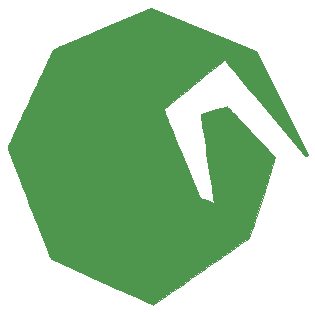
<source format=gbr>
G04 #@! TF.GenerationSoftware,KiCad,Pcbnew,5.1.2*
G04 #@! TF.CreationDate,2019-07-05T15:03:06-05:00*
G04 #@! TF.ProjectId,KokiriEmerald,4b6f6b69-7269-4456-9d65-72616c642e6b,rev?*
G04 #@! TF.SameCoordinates,Original*
G04 #@! TF.FileFunction,Soldermask,Top*
G04 #@! TF.FilePolarity,Negative*
%FSLAX46Y46*%
G04 Gerber Fmt 4.6, Leading zero omitted, Abs format (unit mm)*
G04 Created by KiCad (PCBNEW 5.1.2) date 2019-07-05 15:03:06*
%MOMM*%
%LPD*%
G04 APERTURE LIST*
%ADD10C,0.010000*%
G04 APERTURE END LIST*
D10*
G36*
X154568349Y-79608500D02*
G01*
X156765274Y-83999703D01*
X158962200Y-88390906D01*
X158843470Y-88452304D01*
X158724740Y-88513701D01*
X155323356Y-84431517D01*
X154898411Y-83921772D01*
X154488355Y-83430382D01*
X154096455Y-82961239D01*
X153725979Y-82518234D01*
X153380196Y-82105257D01*
X153062371Y-81726198D01*
X152775774Y-81384949D01*
X152523672Y-81085400D01*
X152309332Y-80831443D01*
X152136022Y-80626967D01*
X152007010Y-80475864D01*
X151925564Y-80382024D01*
X151894950Y-80349338D01*
X151894903Y-80349333D01*
X151858250Y-80375399D01*
X151762326Y-80450267D01*
X151613241Y-80568946D01*
X151417107Y-80726445D01*
X151180032Y-80917773D01*
X150908126Y-81137936D01*
X150607500Y-81381944D01*
X150284263Y-81644805D01*
X149944526Y-81921527D01*
X149594398Y-82207119D01*
X149239990Y-82496588D01*
X148887411Y-82784944D01*
X148542771Y-83067195D01*
X148212181Y-83338349D01*
X147901750Y-83593414D01*
X147617588Y-83827398D01*
X147365806Y-84035311D01*
X147152512Y-84212159D01*
X146983818Y-84352953D01*
X146865833Y-84452699D01*
X146804667Y-84506407D01*
X146797631Y-84513652D01*
X146806912Y-84562650D01*
X146848856Y-84688383D01*
X146922994Y-84889670D01*
X147028860Y-85165331D01*
X147165985Y-85514184D01*
X147333902Y-85935050D01*
X147532143Y-86426747D01*
X147760240Y-86988095D01*
X148017725Y-87617913D01*
X148294566Y-88291787D01*
X149828369Y-92017548D01*
X150422069Y-92238445D01*
X150630425Y-92314393D01*
X150809286Y-92376605D01*
X150944421Y-92420365D01*
X151021599Y-92440958D01*
X151033923Y-92441188D01*
X151030249Y-92397621D01*
X151014334Y-92276418D01*
X150987080Y-92083584D01*
X150949388Y-91825125D01*
X150902160Y-91507046D01*
X150846298Y-91135350D01*
X150782704Y-90716044D01*
X150712281Y-90255131D01*
X150635930Y-89758618D01*
X150554554Y-89232508D01*
X150477871Y-88739361D01*
X150392435Y-88190589D01*
X150310841Y-87665194D01*
X150234026Y-87169274D01*
X150162925Y-86708926D01*
X150098473Y-86290249D01*
X150041604Y-85919339D01*
X149993255Y-85602296D01*
X149954361Y-85345216D01*
X149925855Y-85154198D01*
X149908675Y-85035339D01*
X149903667Y-84995236D01*
X149935056Y-84965453D01*
X150031645Y-84920447D01*
X150197068Y-84858922D01*
X150434959Y-84779581D01*
X150748950Y-84681126D01*
X150981301Y-84610559D01*
X151271225Y-84524009D01*
X151536305Y-84446168D01*
X151765212Y-84380258D01*
X151946615Y-84329505D01*
X152069184Y-84297130D01*
X152120905Y-84286333D01*
X152159459Y-84316539D01*
X152250788Y-84403830D01*
X152390087Y-84543218D01*
X152572554Y-84729713D01*
X152793385Y-84958326D01*
X153047776Y-85224066D01*
X153330925Y-85521947D01*
X153638029Y-85846977D01*
X153964283Y-86194167D01*
X154193540Y-86439209D01*
X156204206Y-88592085D01*
X155147320Y-91953126D01*
X154977978Y-92489783D01*
X154816402Y-92998159D01*
X154664439Y-93472648D01*
X154523931Y-93907645D01*
X154396724Y-94297542D01*
X154284662Y-94636734D01*
X154189588Y-94919615D01*
X154113348Y-95140579D01*
X154057785Y-95294019D01*
X154024743Y-95374329D01*
X154018467Y-95384515D01*
X153977474Y-95415076D01*
X153872318Y-95490322D01*
X153708309Y-95606543D01*
X153490756Y-95760027D01*
X153224970Y-95947066D01*
X152916259Y-96163948D01*
X152569933Y-96406963D01*
X152191301Y-96672401D01*
X151785673Y-96956551D01*
X151358358Y-97255704D01*
X150914667Y-97566149D01*
X150459907Y-97884176D01*
X149999389Y-98206073D01*
X149538423Y-98528132D01*
X149082317Y-98846641D01*
X148636382Y-99157891D01*
X148205926Y-99458171D01*
X147796259Y-99743770D01*
X147412691Y-100010979D01*
X147060531Y-100256086D01*
X146745088Y-100475382D01*
X146471673Y-100665157D01*
X146245594Y-100821700D01*
X146072161Y-100941300D01*
X145956684Y-101020248D01*
X145904472Y-101054833D01*
X145903167Y-101055583D01*
X145859674Y-101041721D01*
X145743919Y-100995330D01*
X145560865Y-100918583D01*
X145315479Y-100813650D01*
X145012726Y-100682705D01*
X144657571Y-100527918D01*
X144254979Y-100351463D01*
X143809917Y-100155512D01*
X143327349Y-99942235D01*
X142812240Y-99713806D01*
X142269557Y-99472396D01*
X141704265Y-99220178D01*
X141564000Y-99157482D01*
X140993449Y-98902103D01*
X140444250Y-98655772D01*
X139921386Y-98420753D01*
X139429843Y-98199307D01*
X138974603Y-97993697D01*
X138560651Y-97806185D01*
X138192970Y-97639033D01*
X137876545Y-97494504D01*
X137616359Y-97374861D01*
X137417396Y-97282366D01*
X137284640Y-97219280D01*
X137223076Y-97187867D01*
X137219491Y-97185340D01*
X137197098Y-97138874D01*
X137146576Y-97019555D01*
X137070254Y-96833350D01*
X136970464Y-96586225D01*
X136849536Y-96284144D01*
X136709801Y-95933075D01*
X136553591Y-95538981D01*
X136383235Y-95107830D01*
X136201065Y-94645586D01*
X136009412Y-94158216D01*
X135810606Y-93651684D01*
X135606978Y-93131958D01*
X135400859Y-92605001D01*
X135194579Y-92076781D01*
X134990470Y-91553262D01*
X134790862Y-91040411D01*
X134598087Y-90544192D01*
X134414474Y-90070573D01*
X134242355Y-89625517D01*
X134084061Y-89214992D01*
X133941922Y-88844962D01*
X133818269Y-88521394D01*
X133715433Y-88250253D01*
X133635745Y-88037504D01*
X133581536Y-87889114D01*
X133555135Y-87811047D01*
X133552893Y-87800734D01*
X133571478Y-87752695D01*
X133623190Y-87634143D01*
X133705192Y-87451178D01*
X133814642Y-87209900D01*
X133948704Y-86916409D01*
X134104539Y-86576804D01*
X134279307Y-86197185D01*
X134470170Y-85783652D01*
X134674289Y-85342305D01*
X134888826Y-84879244D01*
X135110941Y-84400568D01*
X135337797Y-83912377D01*
X135566554Y-83420771D01*
X135794374Y-82931850D01*
X136018418Y-82451713D01*
X136235847Y-81986460D01*
X136443823Y-81542192D01*
X136639507Y-81125007D01*
X136820060Y-80741006D01*
X136982643Y-80396289D01*
X137124418Y-80096955D01*
X137242547Y-79849104D01*
X137334189Y-79658835D01*
X137396507Y-79532249D01*
X137426662Y-79475446D01*
X137428340Y-79473214D01*
X137473429Y-79450035D01*
X137591291Y-79395994D01*
X137776766Y-79313324D01*
X138024698Y-79204261D01*
X138329929Y-79071038D01*
X138687302Y-78915891D01*
X139091658Y-78741054D01*
X139537840Y-78548762D01*
X140020691Y-78341249D01*
X140535053Y-78120750D01*
X141075768Y-77889499D01*
X141596917Y-77667107D01*
X145715001Y-75911620D01*
X154568349Y-79608500D01*
X154568349Y-79608500D01*
G37*
X154568349Y-79608500D02*
X156765274Y-83999703D01*
X158962200Y-88390906D01*
X158843470Y-88452304D01*
X158724740Y-88513701D01*
X155323356Y-84431517D01*
X154898411Y-83921772D01*
X154488355Y-83430382D01*
X154096455Y-82961239D01*
X153725979Y-82518234D01*
X153380196Y-82105257D01*
X153062371Y-81726198D01*
X152775774Y-81384949D01*
X152523672Y-81085400D01*
X152309332Y-80831443D01*
X152136022Y-80626967D01*
X152007010Y-80475864D01*
X151925564Y-80382024D01*
X151894950Y-80349338D01*
X151894903Y-80349333D01*
X151858250Y-80375399D01*
X151762326Y-80450267D01*
X151613241Y-80568946D01*
X151417107Y-80726445D01*
X151180032Y-80917773D01*
X150908126Y-81137936D01*
X150607500Y-81381944D01*
X150284263Y-81644805D01*
X149944526Y-81921527D01*
X149594398Y-82207119D01*
X149239990Y-82496588D01*
X148887411Y-82784944D01*
X148542771Y-83067195D01*
X148212181Y-83338349D01*
X147901750Y-83593414D01*
X147617588Y-83827398D01*
X147365806Y-84035311D01*
X147152512Y-84212159D01*
X146983818Y-84352953D01*
X146865833Y-84452699D01*
X146804667Y-84506407D01*
X146797631Y-84513652D01*
X146806912Y-84562650D01*
X146848856Y-84688383D01*
X146922994Y-84889670D01*
X147028860Y-85165331D01*
X147165985Y-85514184D01*
X147333902Y-85935050D01*
X147532143Y-86426747D01*
X147760240Y-86988095D01*
X148017725Y-87617913D01*
X148294566Y-88291787D01*
X149828369Y-92017548D01*
X150422069Y-92238445D01*
X150630425Y-92314393D01*
X150809286Y-92376605D01*
X150944421Y-92420365D01*
X151021599Y-92440958D01*
X151033923Y-92441188D01*
X151030249Y-92397621D01*
X151014334Y-92276418D01*
X150987080Y-92083584D01*
X150949388Y-91825125D01*
X150902160Y-91507046D01*
X150846298Y-91135350D01*
X150782704Y-90716044D01*
X150712281Y-90255131D01*
X150635930Y-89758618D01*
X150554554Y-89232508D01*
X150477871Y-88739361D01*
X150392435Y-88190589D01*
X150310841Y-87665194D01*
X150234026Y-87169274D01*
X150162925Y-86708926D01*
X150098473Y-86290249D01*
X150041604Y-85919339D01*
X149993255Y-85602296D01*
X149954361Y-85345216D01*
X149925855Y-85154198D01*
X149908675Y-85035339D01*
X149903667Y-84995236D01*
X149935056Y-84965453D01*
X150031645Y-84920447D01*
X150197068Y-84858922D01*
X150434959Y-84779581D01*
X150748950Y-84681126D01*
X150981301Y-84610559D01*
X151271225Y-84524009D01*
X151536305Y-84446168D01*
X151765212Y-84380258D01*
X151946615Y-84329505D01*
X152069184Y-84297130D01*
X152120905Y-84286333D01*
X152159459Y-84316539D01*
X152250788Y-84403830D01*
X152390087Y-84543218D01*
X152572554Y-84729713D01*
X152793385Y-84958326D01*
X153047776Y-85224066D01*
X153330925Y-85521947D01*
X153638029Y-85846977D01*
X153964283Y-86194167D01*
X154193540Y-86439209D01*
X156204206Y-88592085D01*
X155147320Y-91953126D01*
X154977978Y-92489783D01*
X154816402Y-92998159D01*
X154664439Y-93472648D01*
X154523931Y-93907645D01*
X154396724Y-94297542D01*
X154284662Y-94636734D01*
X154189588Y-94919615D01*
X154113348Y-95140579D01*
X154057785Y-95294019D01*
X154024743Y-95374329D01*
X154018467Y-95384515D01*
X153977474Y-95415076D01*
X153872318Y-95490322D01*
X153708309Y-95606543D01*
X153490756Y-95760027D01*
X153224970Y-95947066D01*
X152916259Y-96163948D01*
X152569933Y-96406963D01*
X152191301Y-96672401D01*
X151785673Y-96956551D01*
X151358358Y-97255704D01*
X150914667Y-97566149D01*
X150459907Y-97884176D01*
X149999389Y-98206073D01*
X149538423Y-98528132D01*
X149082317Y-98846641D01*
X148636382Y-99157891D01*
X148205926Y-99458171D01*
X147796259Y-99743770D01*
X147412691Y-100010979D01*
X147060531Y-100256086D01*
X146745088Y-100475382D01*
X146471673Y-100665157D01*
X146245594Y-100821700D01*
X146072161Y-100941300D01*
X145956684Y-101020248D01*
X145904472Y-101054833D01*
X145903167Y-101055583D01*
X145859674Y-101041721D01*
X145743919Y-100995330D01*
X145560865Y-100918583D01*
X145315479Y-100813650D01*
X145012726Y-100682705D01*
X144657571Y-100527918D01*
X144254979Y-100351463D01*
X143809917Y-100155512D01*
X143327349Y-99942235D01*
X142812240Y-99713806D01*
X142269557Y-99472396D01*
X141704265Y-99220178D01*
X141564000Y-99157482D01*
X140993449Y-98902103D01*
X140444250Y-98655772D01*
X139921386Y-98420753D01*
X139429843Y-98199307D01*
X138974603Y-97993697D01*
X138560651Y-97806185D01*
X138192970Y-97639033D01*
X137876545Y-97494504D01*
X137616359Y-97374861D01*
X137417396Y-97282366D01*
X137284640Y-97219280D01*
X137223076Y-97187867D01*
X137219491Y-97185340D01*
X137197098Y-97138874D01*
X137146576Y-97019555D01*
X137070254Y-96833350D01*
X136970464Y-96586225D01*
X136849536Y-96284144D01*
X136709801Y-95933075D01*
X136553591Y-95538981D01*
X136383235Y-95107830D01*
X136201065Y-94645586D01*
X136009412Y-94158216D01*
X135810606Y-93651684D01*
X135606978Y-93131958D01*
X135400859Y-92605001D01*
X135194579Y-92076781D01*
X134990470Y-91553262D01*
X134790862Y-91040411D01*
X134598087Y-90544192D01*
X134414474Y-90070573D01*
X134242355Y-89625517D01*
X134084061Y-89214992D01*
X133941922Y-88844962D01*
X133818269Y-88521394D01*
X133715433Y-88250253D01*
X133635745Y-88037504D01*
X133581536Y-87889114D01*
X133555135Y-87811047D01*
X133552893Y-87800734D01*
X133571478Y-87752695D01*
X133623190Y-87634143D01*
X133705192Y-87451178D01*
X133814642Y-87209900D01*
X133948704Y-86916409D01*
X134104539Y-86576804D01*
X134279307Y-86197185D01*
X134470170Y-85783652D01*
X134674289Y-85342305D01*
X134888826Y-84879244D01*
X135110941Y-84400568D01*
X135337797Y-83912377D01*
X135566554Y-83420771D01*
X135794374Y-82931850D01*
X136018418Y-82451713D01*
X136235847Y-81986460D01*
X136443823Y-81542192D01*
X136639507Y-81125007D01*
X136820060Y-80741006D01*
X136982643Y-80396289D01*
X137124418Y-80096955D01*
X137242547Y-79849104D01*
X137334189Y-79658835D01*
X137396507Y-79532249D01*
X137426662Y-79475446D01*
X137428340Y-79473214D01*
X137473429Y-79450035D01*
X137591291Y-79395994D01*
X137776766Y-79313324D01*
X138024698Y-79204261D01*
X138329929Y-79071038D01*
X138687302Y-78915891D01*
X139091658Y-78741054D01*
X139537840Y-78548762D01*
X140020691Y-78341249D01*
X140535053Y-78120750D01*
X141075768Y-77889499D01*
X141596917Y-77667107D01*
X145715001Y-75911620D01*
X154568349Y-79608500D01*
M02*

</source>
